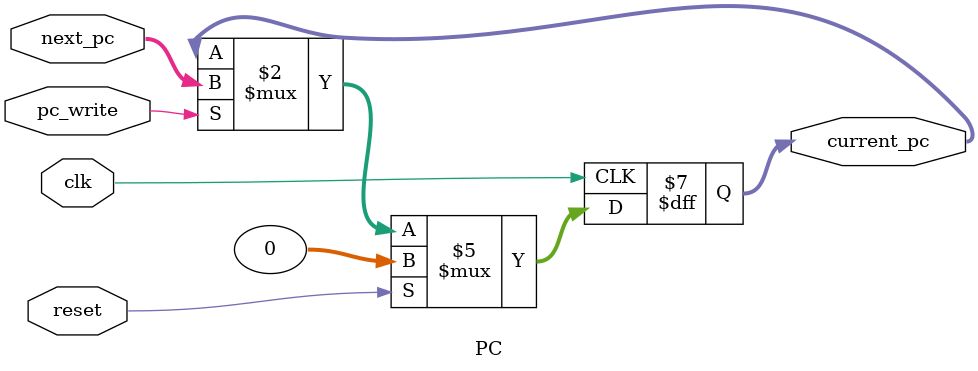
<source format=v>
module PC(input reset, input clk, input pc_write, input [31:0] next_pc, output reg [31:0] current_pc);
  always @(posedge clk) begin
    if (reset) begin
        current_pc <= 0;
    end else if (pc_write) begin
        current_pc <= next_pc;
    end
  end
endmodule

</source>
